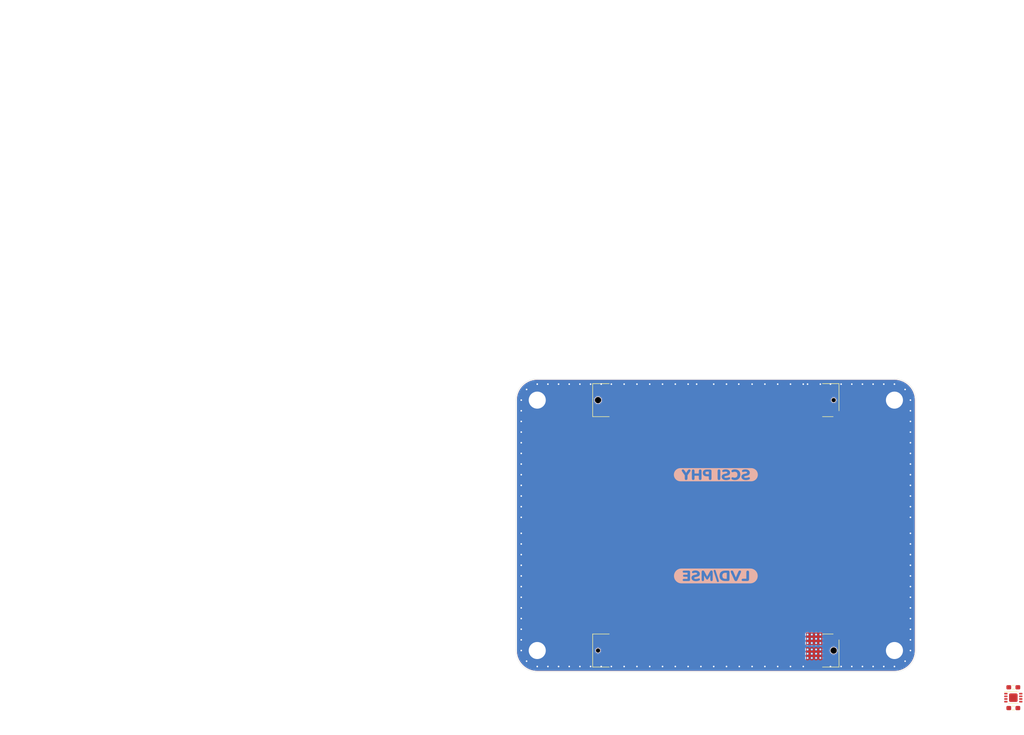
<source format=kicad_pcb>
(kicad_pcb (version 20241229) (generator "pcbnew") (generator_version "9.0")
  (title_block (title "Squishy - LVD/MSE PHY ") (date "2024-06-14") (rev "1") (company "Shrine Maiden Heavy Industries") (comment 1 "License: CERN-OHL-S") (comment 2 "© 2024 Aki 'lethalbit' Van Ness, et. al.") (comment 3 "No warranty expressed or implied") (comment 4 "Squishy - SCSI Multitool"))
  (layers (0 "F.Cu" signal) (4 "In1.Cu" signal) (6 "In2.Cu" signal) (8 "In3.Cu" signal) (10 "In4.Cu" signal) (2 "B.Cu" signal) (13 "F.Paste" user) (15 "B.Paste" user) (5 "F.SilkS" user "F.Silkscreen") (7 "B.SilkS" user "B.Silkscreen") (1 "F.Mask" user) (3 "B.Mask" user) (25 "Edge.Cuts" user))
  (net 0 "")
  (net 1 "GND")
  (net 4 "/PHY.RST_DIR")
  (net 5 "/PHY.DB13")
  (net 6 "/PHY.ID_SCL")
  (net 7 "/PHY.DB9")
  (net 8 "/PHY.LS_CTRL4")
  (net 10 "+3V3")
  (net 11 "+5V")
  (net 12 "/PHY.DB14")
  (net 13 "/PHY.DB5")
  (net 14 "/PHY.LS_CTRL2")
  (net 15 "/PHY.DB8")
  (net 19 "/PHY.DB3")
  (net 20 "/PHY.DB2")
  (net 21 "/PHY.LS_CTRL5")
  (net 22 "/PHY.BSY")
  (net 23 "/PHY.DBH_DIR")
  (net 25 "/PHY.ATN")
  (net 26 "/PHY.DBL_DIR")
  (net 27 "/PHY.TERMPW_EN")
  (net 28 "/PHY.ACK")
  (net 29 "/PHY.DB15")
  (net 30 "/PHY.DB1")
  (net 31 "/PHY.MSG")
  (net 32 "/PHY.ID_SDA")
  (net 33 "/PHY.LS_CTRL0")
  (net 36 "/PHY.LS_CTRL3")
  (net 37 "/PHY.I{slash}O")
  (net 38 "/PHY.DB11")
  (net 39 "/PHY.BSY_DIR")
  (net 40 "/PHY.~{PHY_PRSNT}")
  (net 41 "/PHY.RST")
  (net 42 "/PHY.DB0")
  (net 43 "/PHY.DB7")
  (net 45 "/PHY.REQ")
  (net 46 "/PHY.SEL_DIR")
  (net 47 "/PHY.INIT_DIR")
  (net 48 "/PHY.DB12")
  (net 49 "/PHY.DB10")
  (net 50 "/PHY.DB6")
  (net 51 "/PHY.SEL")
  (net 53 "/PHY.DP0")
  (net 54 "/PHY.DP1")
  (net 55 "/PHY.DB4")
  (net 57 "/PHY.C{slash}D")
  (net 58 "/PHY.TRGT_DIR")
  (net 59 "/CON.DP14+")
  (net 60 "/CON.C{slash}D+")
  (net 61 "/CON.DB10-")
  (net 62 "/CON.DB4-")
  (net 63 "/CON.ACK+")
  (net 64 "/CON.TERMPWR")
  (net 65 "/CON.DP1+")
  (net 66 "/CON.BSY-")
  (net 67 "/CON.RST-")
  (net 68 "/CON.DB2-")
  (net 69 "/CON.BSY+")
  (net 70 "/CON.DB5+")
  (net 71 "/CON.ATN-")
  (net 72 "/CON.DP0+")
  (net 73 "/CON.SEL+")
  (net 74 "/CON.ATN+")
  (net 75 "/CON.DB9-")
  (net 76 "/CON.SEL-")
  (net 77 "/CON.DB9+")
  (net 78 "/CON.DB0-")
  (net 79 "/CON.DB11+")
  (net 80 "/CON.DB7+")
  (net 81 "/CON.DP1-")
  (net 82 "/CON.DB5-")
  (net 83 "/CON.REQ-")
  (net 84 "/CON.DB1-")
  (net 85 "/CON.DB13+")
  (net 86 "/CON.REQ+")
  (net 87 "/CON.DB3-")
  (net 88 "/CON.DB8+")
  (net 89 "/CON.DB13-")
  (net 90 "/CON.DB15-")
  (net 91 "/CON.MSG+")
  (net 92 "/CON.DB11-")
  (net 93 "/CON.DP12+")
  (net 94 "/CON.DB3+")
  (net 95 "/CON.ACK-")
  (net 96 "/CON.DIFFSENSE")
  (net 97 "/CON.I{slash}O+")
  (net 98 "/CON.I{slash}O-")
  (net 99 "/CON.DB4+")
  (net 100 "/CON.DB15+")
  (net 101 "/CON.DB6-")
  (net 102 "/CON.DP14-")
  (net 103 "/CON.RST+")
  (net 104 "/CON.DB8-")
  (net 105 "/CON.DB10+")
  (net 106 "/CON.MSG-")
  (net 107 "/CON.DB6+")
  (net 109 "/CON.C{slash}D-")
  (net 110 "/CON.DB7-")
  (net 111 "/CON.DP12-")
  (net 112 "/CON.DB1+")
  (net 113 "/CON.DP0-")
  (net 114 "/CON.DB2+")
  (net 115 "/CON.DB0+")
  (net 118 "/PHY.LS_CTRL1")
  (net 123 "Net-(U1-E0)")
  (footprint "lethalbit-connectors:1014457-10x80xLF" (layer "F.Cu") (at 147.5 136)
    (property "Reference" "J1" (hide yes))
    (property "Value" "SCSI PHY Mezz")
    (pad "" np_thru_hole circle (at -22.1 0) (size 0.8 0.8) (drill 0.8) (layers "*.Mask"))
    (pad "" np_thru_hole circle (at 22.1 0) (size 1.2 1.2) (drill 1.2) (layers "*.Mask"))
    (pad "1" smd roundrect (at 19.6 -2.2) (size 0.4 2) (layers "F.Cu" "F.Mask" "F.Paste") (net 11 "+5V"))
    (pad "2" smd roundrect (at 19.6 2.2) (size 0.4 2) (layers "F.Cu" "F.Mask" "F.Paste") (net 10 "+3V3"))
    (pad "3" smd roundrect (at 18.8 -2.2) (size 0.4 2) (layers "F.Cu" "F.Mask" "F.Paste") (net 11 "+5V"))
    (pad "4" smd roundrect (at 18.8 2.2) (size 0.4 2) (layers "F.Cu" "F.Mask" "F.Paste") (net 10 "+3V3"))
    (pad "5" smd roundrect (at 18 -2.2) (size 0.4 2) (layers "F.Cu" "F.Mask" "F.Paste") (net 11 "+5V"))
    (pad "6" smd roundrect (at 18 2.2) (size 0.4 2) (layers "F.Cu" "F.Mask" "F.Paste") (net 10 "+3V3"))
    (pad "7" smd roundrect (at 17.2 -2.2) (size 0.4 2) (layers "F.Cu" "F.Mask" "F.Paste") (net 11 "+5V"))
    (pad "8" smd roundrect (at 17.2 2.2) (size 0.4 2) (layers "F.Cu" "F.Mask" "F.Paste") (net 10 "+3V3"))
    (pad "9" smd roundrect (at 16.4 -2.2) (size 0.4 2) (layers "F.Cu" "F.Mask" "F.Paste") (net 1 "GND"))
    (pad "10" smd roundrect (at 16.4 2.2) (size 0.4 2) (layers "F.Cu" "F.Mask" "F.Paste") (net 1 "GND"))
    (pad "11" smd roundrect (at 15.6 -2.2) (size 0.4 2) (layers "F.Cu" "F.Mask" "F.Paste") (net 6 "/PHY.ID_SCL"))
    (pad "12" smd roundrect (at 15.6 2.2) (size 0.4 2) (layers "F.Cu" "F.Mask" "F.Paste"))
    (pad "13" smd roundrect (at 14.8 -2.2) (size 0.4 2) (layers "F.Cu" "F.Mask" "F.Paste") (net 32 "/PHY.ID_SDA"))
    (pad "14" smd roundrect (at 14.8 2.2) (size 0.4 2) (layers "F.Cu" "F.Mask" "F.Paste"))
    (pad "15" smd roundrect (at 14 -2.2) (size 0.4 2) (layers "F.Cu" "F.Mask" "F.Paste") (net 1 "GND"))
    (pad "16" smd roundrect (at 14 2.2) (size 0.4 2) (layers "F.Cu" "F.Mask" "F.Paste") (net 1 "GND"))
    (pad "17" smd roundrect (at 13.2 -2.2) (size 0.4 2) (layers "F.Cu" "F.Mask" "F.Paste") (net 40 "/PHY.~{PHY_PRSNT}"))
    (pad "18" smd roundrect (at 13.2 2.2) (size 0.4 2) (layers "F.Cu" "F.Mask" "F.Paste"))
    (pad "19" smd roundrect (at 12.4 -2.2) (size 0.4 2) (layers "F.Cu" "F.Mask" "F.Paste") (net 27 "/PHY.TERMPW_EN"))
    (pad "20" smd roundrect (at 12.4 2.2) (size 0.4 2) (layers "F.Cu" "F.Mask" "F.Paste"))
    (pad "21" smd roundrect (at 11.6 -2.2) (size 0.4 2) (layers "F.Cu" "F.Mask" "F.Paste") (net 1 "GND"))
    (pad "22" smd roundrect (at 11.6 2.2) (size 0.4 2) (layers "F.Cu" "F.Mask" "F.Paste") (net 1 "GND"))
    (pad "23" smd roundrect (at 10.8 -2.2) (size 0.4 2) (layers "F.Cu" "F.Mask" "F.Paste") (net 33 "/PHY.LS_CTRL0"))
    (pad "24" smd roundrect (at 10.8 2.2) (size 0.4 2) (layers "F.Cu" "F.Mask" "F.Paste") (net 23 "/PHY.DBH_DIR"))
    (pad "25" smd roundrect (at 10 -2.2) (size 0.4 2) (layers "F.Cu" "F.Mask" "F.Paste") (net 118 "/PHY.LS_CTRL1"))
    (pad "26" smd roundrect (at 10 2.2) (size 0.4 2) (layers "F.Cu" "F.Mask" "F.Paste") (net 5 "/PHY.DB13"))
    (pad "27" smd roundrect (at 9.2 -2.2) (size 0.4 2) (layers "F.Cu" "F.Mask" "F.Paste") (net 1 "GND"))
    (pad "28" smd roundrect (at 9.2 2.2) (size 0.4 2) (layers "F.Cu" "F.Mask" "F.Paste") (net 1 "GND"))
    (pad "29" smd roundrect (at 8.4 -2.2) (size 0.4 2) (layers "F.Cu" "F.Mask" "F.Paste") (net 48 "/PHY.DB12"))
    (pad "30" smd roundrect (at 8.4 2.2) (size 0.4 2) (layers "F.Cu" "F.Mask" "F.Paste") (net 29 "/PHY.DB15"))
    (pad "31" smd roundrect (at 7.6 -2.2) (size 0.4 2) (layers "F.Cu" "F.Mask" "F.Paste") (net 12 "/PHY.DB14"))
    (pad "32" smd roundrect (at 7.6 2.2) (size 0.4 2) (layers "F.Cu" "F.Mask" "F.Paste") (net 26 "/PHY.DBL_DIR"))
    (pad "33" smd roundrect (at 6.8 -2.2) (size 0.4 2) (layers "F.Cu" "F.Mask" "F.Paste") (net 1 "GND"))
    (pad "34" smd roundrect (at 6.8 2.2) (size 0.4 2) (layers "F.Cu" "F.Mask" "F.Paste") (net 1 "GND"))
    (pad "35" smd roundrect (at 6 -2.2) (size 0.4 2) (layers "F.Cu" "F.Mask" "F.Paste") (net 54 "/PHY.DP1"))
    (pad "36" smd roundrect (at 6 2.2) (size 0.4 2) (layers "F.Cu" "F.Mask" "F.Paste") (net 42 "/PHY.DB0"))
    (pad "37" smd roundrect (at 5.2 -2.2) (size 0.4 2) (layers "F.Cu" "F.Mask" "F.Paste") (net 30 "/PHY.DB1"))
    (pad "38" smd roundrect (at 5.2 2.2) (size 0.4 2) (layers "F.Cu" "F.Mask" "F.Paste") (net 20 "/PHY.DB2"))
    (pad "39" smd roundrect (at 4.4 -2.2) (size 0.4 2) (layers "F.Cu" "F.Mask" "F.Paste") (net 1 "GND"))
    (pad "40" smd roundrect (at 4.4 2.2) (size 0.4 2) (layers "F.Cu" "F.Mask" "F.Paste") (net 1 "GND"))
    (pad "41" smd roundrect (at 3.6 -2.2) (size 0.4 2) (layers "F.Cu" "F.Mask" "F.Paste") (net 19 "/PHY.DB3"))
    (pad "42" smd roundrect (at 3.6 2.2) (size 0.4 2) (layers "F.Cu" "F.Mask" "F.Paste") (net 55 "/PHY.DB4"))
    (pad "43" smd roundrect (at 2.8 -2.2) (size 0.4 2) (layers "F.Cu" "F.Mask" "F.Paste") (net 13 "/PHY.DB5"))
    (pad "44" smd roundrect (at 2.8 2.2) (size 0.4 2) (layers "F.Cu" "F.Mask" "F.Paste") (net 50 "/PHY.DB6"))
    (pad "45" smd roundrect (at 2 -2.2) (size 0.4 2) (layers "F.Cu" "F.Mask" "F.Paste") (net 1 "GND"))
    (pad "46" smd roundrect (at 2 2.2) (size 0.4 2) (layers "F.Cu" "F.Mask" "F.Paste") (net 1 "GND"))
    (pad "47" smd roundrect (at 1.2 -2.2) (size 0.4 2) (layers "F.Cu" "F.Mask" "F.Paste") (net 43 "/PHY.DB7"))
    (pad "48" smd roundrect (at 1.2 2.2) (size 0.4 2) (layers "F.Cu" "F.Mask" "F.Paste") (net 53 "/PHY.DP0"))
    (pad "49" smd roundrect (at 0.4 -2.2) (size 0.4 2) (layers "F.Cu" "F.Mask" "F.Paste") (net 22 "/PHY.BSY"))
    (pad "50" smd roundrect (at 0.4 2.2) (size 0.4 2) (layers "F.Cu" "F.Mask" "F.Paste") (net 25 "/PHY.ATN"))
    (pad "51" smd roundrect (at -0.4 -2.2) (size 0.4 2) (layers "F.Cu" "F.Mask" "F.Paste") (net 1 "GND"))
    (pad "52" smd roundrect (at -0.4 2.2) (size 0.4 2) (layers "F.Cu" "F.Mask" "F.Paste") (net 1 "GND"))
    (pad "53" smd roundrect (at -1.2 -2.2) (size 0.4 2) (layers "F.Cu" "F.Mask" "F.Paste") (net 39 "/PHY.BSY_DIR"))
    (pad "54" smd roundrect (at -1.2 2.2) (size 0.4 2) (layers "F.Cu" "F.Mask" "F.Paste") (net 28 "/PHY.ACK"))
    (pad "55" smd roundrect (at -2 -2.2) (size 0.4 2) (layers "F.Cu" "F.Mask" "F.Paste") (net 41 "/PHY.RST"))
    (pad "56" smd roundrect (at -2 2.2) (size 0.4 2) (layers "F.Cu" "F.Mask" "F.Paste") (net 47 "/PHY.INIT_DIR"))
    (pad "57" smd roundrect (at -2.8 -2.2) (size 0.4 2) (layers "F.Cu" "F.Mask" "F.Paste") (net 1 "GND"))
    (pad "58" smd roundrect (at -2.8 2.2) (size 0.4 2) (layers "F.Cu" "F.Mask" "F.Paste") (net 1 "GND"))
    (pad "59" smd roundrect (at -3.6 -2.2) (size 0.4 2) (layers "F.Cu" "F.Mask" "F.Paste") (net 4 "/PHY.RST_DIR"))
    (pad "60" smd roundrect (at -3.6 2.2) (size 0.4 2) (layers "F.Cu" "F.Mask" "F.Paste") (net 31 "/PHY.MSG"))
    (pad "61" smd roundrect (at -4.4 -2.2) (size 0.4 2) (layers "F.Cu" "F.Mask" "F.Paste") (net 51 "/PHY.SEL"))
    (pad "62" smd roundrect (at -4.4 2.2) (size 0.4 2) (layers "F.Cu" "F.Mask" "F.Paste") (net 57 "/PHY.C{slash}D"))
    (pad "63" smd roundrect (at -5.2 -2.2) (size 0.4 2) (layers "F.Cu" "F.Mask" "F.Paste") (net 1 "GND"))
    (pad "64" smd roundrect (at -5.2 2.2) (size 0.4 2) (layers "F.Cu" "F.Mask" "F.Paste") (net 1 "GND"))
    (pad "65" smd roundrect (at -6 -2.2) (size 0.4 2) (layers "F.Cu" "F.Mask" "F.Paste") (net 46 "/PHY.SEL_DIR"))
    (pad "66" smd roundrect (at -6 2.2) (size 0.4 2) (layers "F.Cu" "F.Mask" "F.Paste") (net 37 "/PHY.I{slash}O"))
    (pad "67" smd roundrect (at -6.8 -2.2) (size 0.4 2) (layers "F.Cu" "F.Mask" "F.Paste") (net 45 "/PHY.REQ"))
    (pad "68" smd roundrect (at -6.8 2.2) (size 0.4 2) (layers "F.Cu" "F.Mask" "F.Paste") (net 58 "/PHY.TRGT_DIR"))
    (pad "69" smd roundrect (at -7.6 -2.2) (size 0.4 2) (layers "F.Cu" "F.Mask" "F.Paste") (net 1 "GND"))
    (pad "70" smd roundrect (at -7.6 2.2) (size 0.4 2) (layers "F.Cu" "F.Mask" "F.Paste") (net 1 "GND"))
    (pad "71" smd roundrect (at -8.4 -2.2) (size 0.4 2) (layers "F.Cu" "F.Mask" "F.Paste") (net 15 "/PHY.DB8"))
    (pad "72" smd roundrect (at -8.4 2.2) (size 0.4 2) (layers "F.Cu" "F.Mask" "F.Paste") (net 7 "/PHY.DB9"))
    (pad "73" smd roundrect (at -9.2 -2.2) (size 0.4 2) (layers "F.Cu" "F.Mask" "F.Paste") (net 49 "/PHY.DB10"))
    (pad "74" smd roundrect (at -9.2 2.2) (size 0.4 2) (layers "F.Cu" "F.Mask" "F.Paste") (net 38 "/PHY.DB11"))
    (pad "75" smd roundrect (at -10 -2.2) (size 0.4 2) (layers "F.Cu" "F.Mask" "F.Paste") (net 1 "GND"))
    (pad "76" smd roundrect (at -10 2.2) (size 0.4 2) (layers "F.Cu" "F.Mask" "F.Paste") (net 1 "GND"))
    (pad "77" smd roundrect (at -10.8 -2.2) (size 0.4 2) (layers "F.Cu" "F.Mask" "F.Paste") (net 8 "/PHY.LS_CTRL4"))
    (pad "78" smd roundrect (at -10.8 2.2) (size 0.4 2) (layers "F.Cu" "F.Mask" "F.Paste") (net 14 "/PHY.LS_CTRL2"))
    (pad "79" smd roundrect (at -11.6 -2.2) (size 0.4 2) (layers "F.Cu" "F.Mask" "F.Paste") (net 21 "/PHY.LS_CTRL5"))
    (pad "80" smd roundrect (at -11.6 2.2) (size 0.4 2) (layers "F.Cu" "F.Mask" "F.Paste") (net 36 "/PHY.LS_CTRL3"))
    (pad "81" smd roundrect (at -12.4 -2.2) (size 0.4 2) (layers "F.Cu" "F.Mask" "F.Paste") (net 1 "GND"))
    (pad "82" smd roundrect (at -12.4 2.2) (size 0.4 2) (layers "F.Cu" "F.Mask" "F.Paste") (net 1 "GND"))
    (pad "83" smd roundrect (at -13.2 -2.2) (size 0.4 2) (layers "F.Cu" "F.Mask" "F.Paste"))
    (pad "84" smd roundrect (at -13.2 2.2) (size 0.4 2) (layers "F.Cu" "F.Mask" "F.Paste"))
    (pad "85" smd roundrect (at -14 -2.2) (size 0.4 2) (layers "F.Cu" "F.Mask" "F.Paste"))
    (pad "86" smd roundrect (at -14 2.2) (size 0.4 2) (layers "F.Cu" "F.Mask" "F.Paste"))
    (pad "87" smd roundrect (at -14.8 -2.2) (size 0.4 2) (layers "F.Cu" "F.Mask" "F.Paste") (net 1 "GND"))
    (pad "88" smd roundrect (at -14.8 2.2) (size 0.4 2) (layers "F.Cu" "F.Mask" "F.Paste") (net 1 "GND"))
    (pad "89" smd roundrect (at -15.6 -2.2) (size 0.4 2) (layers "F.Cu" "F.Mask" "F.Paste"))
    (pad "90" smd roundrect (at -15.6 2.2) (size 0.4 2) (layers "F.Cu" "F.Mask" "F.Paste"))
    (pad "91" smd roundrect (at -16.4 -2.2) (size 0.4 2) (layers "F.Cu" "F.Mask" "F.Paste"))
    (pad "92" smd roundrect (at -16.4 2.2) (size 0.4 2) (layers "F.Cu" "F.Mask" "F.Paste"))
    (pad "93" smd roundrect (at -17.2 -2.2) (size 0.4 2) (layers "F.Cu" "F.Mask" "F.Paste") (net 1 "GND"))
    (pad "94" smd roundrect (at -17.2 2.2) (size 0.4 2) (layers "F.Cu" "F.Mask" "F.Paste") (net 1 "GND"))
    (pad "95" smd roundrect (at -18 -2.2) (size 0.4 2) (layers "F.Cu" "F.Mask" "F.Paste"))
    (pad "96" smd roundrect (at -18 2.2) (size 0.4 2) (layers "F.Cu" "F.Mask" "F.Paste"))
    (pad "97" smd roundrect (at -18.8 -2.2) (size 0.4 2) (layers "F.Cu" "F.Mask" "F.Paste"))
    (pad "98" smd roundrect (at -18.8 2.2) (size 0.4 2) (layers "F.Cu" "F.Mask" "F.Paste"))
    (pad "99" smd roundrect (at -19.6 -2.2) (size 0.4 2) (layers "F.Cu" "F.Mask" "F.Paste") (net 1 "GND"))
    (pad "100" smd roundrect (at -19.6 2.2) (size 0.4 2) (layers "F.Cu" "F.Mask" "F.Paste") (net 1 "GND"))
  )
  (footprint "MountingHole:MountingHole_3.2mm_M3_Pad" (layer "F.Cu") (at 114 89)
    (property "Reference" "H1" (hide yes))
    (property "Value" "MountingHole" (hide yes))
    (pad "1" thru_hole circle (at 0 0) (size 6.4 6.4) (drill 3.2) (layers "*.Cu" "*.Mask") (net 1 "GND"))
  )
  (footprint "MountingHole:MountingHole_3.2mm_M3_Pad" (layer "F.Cu") (at 181 89)
    (property "Reference" "H2" (hide yes))
    (property "Value" "MountingHole" (hide yes))
    (pad "1" thru_hole circle (at 0 0) (size 6.4 6.4) (drill 3.2) (layers "*.Cu" "*.Mask") (net 1 "GND"))
  )
  (footprint "PCM_kikit:Tab" (layer "F.Cu") (at 185.25 126.25 180)
    (property "Reference" "REF**" (hide yes))
    (property "Value" "Tab")
  )
  (footprint "PCM_kikit:Tab" (layer "F.Cu") (at 174 140.25 90)
    (property "Reference" "REF**" (hide yes))
    (property "Value" "Tab")
  )
  (footprint "rhais_rcl:C0603" (layer "F.Cu") (at 203.3 146.8)
    (property "Reference" "C1")
    (property "Value" "100n" (hide yes))
    (pad "1" smd roundrect (at -0.85 0) (size 0.9 0.8) (layers "F.Cu" "F.Mask" "F.Paste") (net 1 "GND"))
    (pad "2" smd roundrect (at 0.85 0) (size 0.9 0.8) (layers "F.Cu" "F.Mask" "F.Paste") (net 10 "+3V3"))
  )
  (footprint "PCM_kikit:Tab" (layer "F.Cu") (at 121.000001 84.75 -90)
    (property "Reference" "REF**" (hide yes))
    (property "Value" "Tab")
  )
  (footprint "MountingHole:MountingHole_3.2mm_M3_Pad" (layer "F.Cu") (at 181 136)
    (property "Reference" "H4" (hide yes))
    (property "Value" "MountingHole" (hide yes))
    (pad "1" thru_hole circle (at 0 0) (size 6.4 6.4) (drill 3.2) (layers "*.Cu" "*.Mask") (net 1 "GND"))
  )
  (footprint "PCM_kikit:Tab" (layer "F.Cu") (at 109.7 126.25)
    (property "Reference" "REF**" (hide yes))
    (property "Value" "Tab")
  )
  (footprint "Fiducial:Fiducial_0.75mm_Mask1.5mm" (layer "F.Cu") (at 183.5 112.5)
    (property "Reference" "FID5" (hide yes))
    (property "Value" "Fiducial" (hide yes))
    (pad "" smd circle (at 0 0) (size 0.75 0.75) (layers "F.Cu" "F.Mask") (clearance 0.375))
  )
  (footprint "PCM_kikit:Tab" (layer "F.Cu") (at 174 84.75 -90)
    (property "Reference" "REF**" (hide yes))
    (property "Value" "Tab")
  )
  (footprint "PCM_kikit:Tab" (layer "F.Cu") (at 109.7 98.75)
    (property "Reference" "REF**" (hide yes))
    (property "Value" "Tab")
  )
  (footprint "PCM_kikit:Tab" (layer "F.Cu") (at 185.25 98.75 180)
    (property "Reference" "REF**" (hide yes))
    (property "Value" "Tab")
  )
  (footprint "lethalbit-connectors:101445x-10x80xLF" (layer "F.Cu") (at 147.5 89 180)
    (property "Reference" "J2" (hide yes))
    (property "Value" "SCSI Connector")
    (pad "" np_thru_hole circle (at -22.1 0 180) (size 0.8 0.8) (drill 0.8) (layers "*.Mask"))
    (pad "" np_thru_hole circle (at 22.1 0 180) (size 1.2 1.2) (drill 1.2) (layers "*.Mask"))
    (pad "1" smd roundrect (at -19.6 -2.2 180) (size 0.4 2) (layers "F.Cu" "F.Mask" "F.Paste") (net 1 "GND"))
    (pad "2" smd roundrect (at -19.6 2.2 180) (size 0.4 2) (layers "F.Cu" "F.Mask" "F.Paste") (net 1 "GND"))
    (pad "3" smd roundrect (at -18.8 -2.199999 180) (size 0.4 2) (layers "F.Cu" "F.Mask" "F.Paste"))
    (pad "4" smd roundrect (at -18.8 2.199999 180) (size 0.4 2) (layers "F.Cu" "F.Mask" "F.Paste") (net 32 "/PHY.ID_SDA"))
    (pad "5" smd roundrect (at -18 -2.2 180) (size 0.4 2) (layers "F.Cu" "F.Mask" "F.Paste"))
    (pad "6" smd roundrect (at -18 2.2 180) (size 0.4 2) (layers "F.Cu" "F.Mask" "F.Paste") (net 6 "/PHY.ID_SCL"))
    (pad "7" smd roundrect (at -17.200001 -2.2 180) (size 0.4 2) (layers "F.Cu" "F.Mask" "F.Paste") (net 1 "GND"))
    (pad "8" smd roundrect (at -17.200001 2.2 180) (size 0.4 2) (layers "F.Cu" "F.Mask" "F.Paste") (net 1 "GND"))
    (pad "9" smd roundrect (at -16.4 -2.2 180) (size 0.4 2) (layers "F.Cu" "F.Mask" "F.Paste") (net 1 "GND"))
    (pad "10" smd roundrect (at -16.4 2.2 180) (size 0.4 2) (layers "F.Cu" "F.Mask" "F.Paste") (net 1 "GND"))
    (pad "11" smd roundrect (at -15.6 -2.2 180) (size 0.4 2) (layers "F.Cu" "F.Mask" "F.Paste") (net 93 "/CON.DP12+"))
    (pad "12" smd roundrect (at -15.6 2.2 180) (size 0.4 2) (layers "F.Cu" "F.Mask" "F.Paste") (net 111 "/CON.DP12-"))
    (pad "13" smd roundrect (at -14.799999 -2.2 180) (size 0.4 2) (layers "F.Cu" "F.Mask" "F.Paste") (net 85 "/CON.DB13+"))
    (pad "14" smd roundrect (at -14.799999 2.2 180) (size 0.4 2) (layers "F.Cu" "F.Mask" "F.Paste") (net 89 "/CON.DB13-"))
    (pad "15" smd roundrect (at -14 -2.2 180) (size 0.4 2) (layers "F.Cu" "F.Mask" "F.Paste") (net 1 "GND"))
    (pad "16" smd roundrect (at -14 2.2 180) (size 0.4 2) (layers "F.Cu" "F.Mask" "F.Paste") (net 1 "GND"))
    (pad "17" smd roundrect (at -13.2 -2.199999 180) (size 0.4 2) (layers "F.Cu" "F.Mask" "F.Paste") (net 59 "/CON.DP14+"))
    (pad "18" smd roundrect (at -13.2 2.199999 180) (size 0.4 2) (layers "F.Cu" "F.Mask" "F.Paste") (net 102 "/CON.DP14-"))
    (pad "19" smd roundrect (at -12.4 -2.2 180) (size 0.4 2) (layers "F.Cu" "F.Mask" "F.Paste") (net 100 "/CON.DB15+"))
    (pad "20" smd roundrect (at -12.4 2.2 180) (size 0.4 2) (layers "F.Cu" "F.Mask" "F.Paste") (net 90 "/CON.DB15-"))
    (pad "21" smd roundrect (at -11.6 -2.2 180) (size 0.4 2) (layers "F.Cu" "F.Mask" "F.Paste") (net 1 "GND"))
    (pad "22" smd roundrect (at -11.6 2.2 180) (size 0.4 2) (layers "F.Cu" "F.Mask" "F.Paste") (net 1 "GND"))
    (pad "23" smd roundrect (at -10.8 -2.2 180) (size 0.4 2) (layers "F.Cu" "F.Mask" "F.Paste") (net 65 "/CON.DP1+"))
    (pad "24" smd roundrect (at -10.8 2.2 180) (size 0.4 2) (layers "F.Cu" "F.Mask" "F.Paste") (net 81 "/CON.DP1-"))
    (pad "25" smd roundrect (at -10 -2.2 180) (size 0.4 2) (layers "F.Cu" "F.Mask" "F.Paste") (net 115 "/CON.DB0+"))
    (pad "26" smd roundrect (at -10 2.2 180) (size 0.4 2) (layers "F.Cu" "F.Mask" "F.Paste") (net 78 "/CON.DB0-"))
    (pad "27" smd roundrect (at -9.199999 -2.2 180) (size 0.4 2) (layers "F.Cu" "F.Mask" "F.Paste") (net 1 "GND"))
    (pad "28" smd roundrect (at -9.199999 2.2 180) (size 0.4 2) (layers "F.Cu" "F.Mask" "F.Paste") (net 1 "GND"))
    (pad "29" smd roundrect (at -8.4 -2.2 180) (size 0.4 2) (layers "F.Cu" "F.Mask" "F.Paste") (net 112 "/CON.DB1+"))
    (pad "30" smd roundrect (at -8.4 2.2 180) (size 0.4 2) (layers "F.Cu" "F.Mask" "F.Paste") (net 84 "/CON.DB1-"))
    (pad "31" smd roundrect (at -7.6 -2.199999 180) (size 0.4 2) (layers "F.Cu" "F.Mask" "F.Paste") (net 114 "/CON.DB2+"))
    (pad "32" smd roundrect (at -7.6 2.199999 180) (size 0.4 2) (layers "F.Cu" "F.Mask" "F.Paste") (net 68 "/CON.DB2-"))
    (pad "33" smd roundrect (at -6.8 -2.2 180) (size 0.4 2) (layers "F.Cu" "F.Mask" "F.Paste") (net 1 "GND"))
    (pad "34" smd roundrect (at -6.8 2.2 180) (size 0.4 2) (layers "F.Cu" "F.Mask" "F.Paste") (net 1 "GND"))
    (pad "35" smd roundrect (at -6 -2.2 180) (size 0.4 2) (layers "F.Cu" "F.Mask" "F.Paste") (net 94 "/CON.DB3+"))
    (pad "36" smd roundrect (at -6 2.2 180) (size 0.4 2) (layers "F.Cu" "F.Mask" "F.Paste") (net 87 "/CON.DB3-"))
    (pad "37" smd roundrect (at -5.2 -2.2 180) (size 0.4 2) (layers "F.Cu" "F.Mask" "F.Paste") (net 99 "/CON.DB4+"))
    (pad "38" smd roundrect (at -5.2 2.2 180) (size 0.4 2) (layers "F.Cu" "F.Mask" "F.Paste") (net 62 "/CON.DB4-"))
    (pad "39" smd roundrect (at -4.4 -2.2 180) (size 0.4 2) (layers "F.Cu" "F.Mask" "F.Paste") (net 1 "GND"))
    (pad "40" smd roundrect (at -4.4 2.2 180) (size 0.4 2) (layers "F.Cu" "F.Mask" "F.Paste") (net 1 "GND"))
    (pad "41" smd roundrect (at -3.599999 -2.2 180) (size 0.4 2) (layers "F.Cu" "F.Mask" "F.Paste") (net 70 "/CON.DB5+"))
    (pad "42" smd roundrect (at -3.599999 2.2 180) (size 0.4 2) (layers "F.Cu" "F.Mask" "F.Paste") (net 82 "/CON.DB5-"))
    (pad "43" smd roundrect (at -2.8 -2.2 180) (size 0.4 2) (layers "F.Cu" "F.Mask" "F.Paste") (net 107 "/CON.DB6+"))
    (pad "44" smd roundrect (at -2.8 2.2 180) (size 0.4 2) (layers "F.Cu" "F.Mask" "F.Paste") (net 101 "/CON.DB6-"))
    (pad "45" smd roundrect (at -2 -2.199999 180) (size 0.4 2) (layers "F.Cu" "F.Mask" "F.Paste") (net 1 "GND"))
    (pad "46" smd roundrect (at -2 2.199999 180) (size 0.4 2) (layers "F.Cu" "F.Mask" "F.Paste") (net 1 "GND"))
    (pad "47" smd roundrect (at -1.2 -2.2 180) (size 0.4 2) (layers "F.Cu" "F.Mask" "F.Paste") (net 80 "/CON.DB7+"))
    (pad "48" smd roundrect (at -1.2 2.2 180) (size 0.4 2) (layers "F.Cu" "F.Mask" "F.Paste") (net 110 "/CON.DB7-"))
    (pad "49" smd roundrect (at -0.4 -2.2 180) (size 0.4 2) (layers "F.Cu" "F.Mask" "F.Paste") (net 72 "/CON.DP0+"))
    (pad "50" smd roundrect (at -0.4 2.2 180) (size 0.4 2) (layers "F.Cu" "F.Mask" "F.Paste") (net 113 "/CON.DP0-"))
    (pad "51" smd roundrect (at 0.4 -2.2 180) (size 0.4 2) (layers "F.Cu" "F.Mask" "F.Paste") (net 1 "GND"))
    (pad "52" smd roundrect (at 0.4 2.2 180) (size 0.4 2) (layers "F.Cu" "F.Mask" "F.Paste") (net 1 "GND"))
    (pad "53" smd roundrect (at 1.2 -2.2 180) (size 0.4 2) (layers "F.Cu" "F.Mask" "F.Paste") (net 96 "/CON.DIFFSENSE"))
    (pad "54" smd roundrect (at 1.2 2.2 180) (size 0.4 2) (layers "F.Cu" "F.Mask" "F.Paste"))
    (pad "55" smd roundrect (at 2 -2.199999 180) (size 0.4 2) (layers "F.Cu" "F.Mask" "F.Paste") (net 64 "/CON.TERMPWR"))
    (pad "56" smd roundrect (at 2 2.199999 180) (size 0.4 2) (layers "F.Cu" "F.Mask" "F.Paste") (net 64 "/CON.TERMPWR"))
    (pad "57" smd roundrect (at 2.8 -2.2 180) (size 0.4 2) (layers "F.Cu" "F.Mask" "F.Paste") (net 64 "/CON.TERMPWR"))
    (pad "58" smd roundrect (at 2.8 2.2 180) (size 0.4 2) (layers "F.Cu" "F.Mask" "F.Paste") (net 64 "/CON.TERMPWR"))
    (pad "59" smd roundrect (at 3.599999 -2.2 180) (size 0.4 2) (layers "F.Cu" "F.Mask" "F.Paste") (net 1 "GND"))
    (pad "60" smd roundrect (at 3.599999 2.2 180) (size 0.4 2) (layers "F.Cu" "F.Mask" "F.Paste") (net 1 "GND"))
    (pad "61" smd roundrect (at 4.4 -2.2 180) (size 0.4 2) (layers "F.Cu" "F.Mask" "F.Paste") (net 74 "/CON.ATN+"))
    (pad "62" smd roundrect (at 4.4 2.2 180) (size 0.4 2) (layers "F.Cu" "F.Mask" "F.Paste") (net 71 "/CON.ATN-"))
    (pad "63" smd roundrect (at 5.2 -2.2 180) (size 0.4 2) (layers "F.Cu" "F.Mask" "F.Paste") (net 1 "GND"))
    (pad "64" smd roundrect (at 5.2 2.2 180) (size 0.4 2) (layers "F.Cu" "F.Mask" "F.Paste") (net 1 "GND"))
    (pad "65" smd roundrect (at 6 -2.2 180) (size 0.4 2) (layers "F.Cu" "F.Mask" "F.Paste") (net 69 "/CON.BSY+"))
    (pad "66" smd roundrect (at 6 2.2 180) (size 0.4 2) (layers "F.Cu" "F.Mask" "F.Paste") (net 66 "/CON.BSY-"))
    (pad "67" smd roundrect (at 6.8 -2.2 180) (size 0.4 2) (layers "F.Cu" "F.Mask" "F.Paste") (net 63 "/CON.ACK+"))
    (pad "68" smd roundrect (at 6.8 2.2 180) (size 0.4 2) (layers "F.Cu" "F.Mask" "F.Paste") (net 95 "/CON.ACK-"))
    (pad "69" smd roundrect (at 7.6 -2.199999 180) (size 0.4 2) (layers "F.Cu" "F.Mask" "F.Paste") (net 1 "GND"))
    (pad "70" smd roundrect (at 7.6 2.199999 180) (size 0.4 2) (layers "F.Cu" "F.Mask" "F.Paste") (net 1 "GND"))
    (pad "71" smd roundrect (at 8.4 -2.2 180) (size 0.4 2) (layers "F.Cu" "F.Mask" "F.Paste") (net 103 "/CON.RST+"))
    (pad "72" smd roundrect (at 8.4 2.2 180) (size 0.4 2) (layers "F.Cu" "F.Mask" "F.Paste") (net 67 "/CON.RST-"))
    (pad "73" smd roundrect (at 9.199999 -2.2 180) (size 0.4 2) (layers "F.Cu" "F.Mask" "F.Paste") (net 91 "/CON.MSG+"))
    (pad "74" smd roundrect (at 9.199999 2.2 180) (size 0.4 2) (layers "F.Cu" "F.Mask" "F.Paste") (net 106 "/CON.MSG-"))
    (pad "75" smd roundrect (at 10 -2.2 180) (size 0.4 2) (layers "F.Cu" "F.Mask" "F.Paste") (net 1 "GND"))
    (pad "76" smd roundrect (at 10 2.2 180) (size 0.4 2) (layers "F.Cu" "F.Mask" "F.Paste") (net 1 "GND"))
    (pad "77" smd roundrect (at 10.8 -2.2 180) (size 0.4 2) (layers "F.Cu" "F.Mask" "F.Paste") (net 73 "/CON.SEL+"))
    (pad "78" smd roundrect (at 10.8 2.2 180) (size 0.4 2) (layers "F.Cu" "F.Mask" "F.Paste") (net 76 "/CON.SEL-"))
    (pad "79" smd roundrect (at 11.6 -2.2 180) (size 0.4 2) (layers "F.Cu" "F.Mask" "F.Paste") (net 60 "/CON.C{slash}D+"))
    (pad "80" smd roundrect (at 11.6 2.2 180) (size 0.4 2) (layers "F.Cu" "F.Mask" "F.Paste") (net 109 "/CON.C{slash}D-"))
    (pad "81" smd roundrect (at 12.4 -2.2 180) (size 0.4 2) (layers "F.Cu" "F.Mask" "F.Paste") (net 1 "GND"))
    (pad "82" smd roundrect (at 12.4 2.2 180) (size 0.4 2) (layers "F.Cu" "F.Mask" "F.Paste") (net 1 "GND"))
    (pad "83" smd roundrect (at 13.2 -2.199999 180) (size 0.4 2) (layers "F.Cu" "F.Mask" "F.Paste") (net 86 "/CON.REQ+"))
    (pad "84" smd roundrect (at 13.2 2.199999 180) (size 0.4 2) (layers "F.Cu" "F.Mask" "F.Paste") (net 83 "/CON.REQ-"))
    (pad "85" smd roundrect (at 14 -2.2 180) (size 0.4 2) (layers "F.Cu" "F.Mask" "F.Paste") (net 97 "/CON.I{slash}O+"))
    (pad "86" smd roundrect (at 14 2.2 180) (size 0.4 2) (layers "F.Cu" "F.Mask" "F.Paste") (net 98 "/CON.I{slash}O-"))
    (pad "87" smd roundrect (at 14.799999 -2.2 180) (size 0.4 2) (layers "F.Cu" "F.Mask" "F.Paste") (net 1 "GND"))
    (pad "88" smd roundrect (at 14.799999 2.2 180) (size 0.4 2) (layers "F.Cu" "F.Mask" "F.Paste") (net 1 "GND"))
    (pad "89" smd roundrect (at 15.6 -2.2 180) (size 0.4 2) (layers "F.Cu" "F.Mask" "F.Paste") (net 88 "/CON.DB8+"))
    (pad "90" smd roundrect (at 15.6 2.2 180) (size 0.4 2) (layers "F.Cu" "F.Mask" "F.Paste") (net 104 "/CON.DB8-"))
    (pad "91" smd roundrect (at 16.4 -2.2 180) (size 0.4 2) (layers "F.Cu" "F.Mask" "F.Paste") (net 77 "/CON.DB9+"))
    (pad "92" smd roundrect (at 16.4 2.2 180) (size 0.4 2) (layers "F.Cu" "F.Mask" "F.Paste") (net 75 "/CON.DB9-"))
    (pad "93" smd roundrect (at 17.200001 -2.2 180) (size 0.4 2) (layers "F.Cu" "F.Mask" "F.Paste") (net 1 "GND"))
    (pad "94" smd roundrect (at 17.200001 2.2 180) (size 0.4 2) (layers "F.Cu" "F.Mask" "F.Paste") (net 1 "GND"))
    (pad "95" smd roundrect (at 18 -2.2 180) (size 0.4 2) (layers "F.Cu" "F.Mask" "F.Paste") (net 105 "/CON.DB10+"))
    (pad "96" smd roundrect (at 18 2.2 180) (size 0.4 2) (layers "F.Cu" "F.Mask" "F.Paste") (net 61 "/CON.DB10-"))
    (pad "97" smd roundrect (at 18.8 -2.199999 180) (size 0.4 2) (layers "F.Cu" "F.Mask" "F.Paste") (net 79 "/CON.DB11+"))
    (pad "98" smd roundrect (at 18.8 2.199999 180) (size 0.4 2) (layers "F.Cu" "F.Mask" "F.Paste") (net 92 "/CON.DB11-"))
    (pad "99" smd roundrect (at 19.6 -2.2 180) (size 0.4 2) (layers "F.Cu" "F.Mask" "F.Paste") (net 1 "GND"))
    (pad "100" smd roundrect (at 19.6 2.2 180) (size 0.4 2) (layers "F.Cu" "F.Mask" "F.Paste") (net 1 "GND"))
  )
  (footprint "Fiducial:Fiducial_0.75mm_Mask1.5mm" (layer "F.Cu") (at 174 89)
    (property "Reference" "FID3" (hide yes))
    (property "Value" "Fiducial" (hide yes))
    (pad "" smd circle (at 0 0) (size 0.75 0.75) (layers "F.Cu" "F.Mask") (clearance 0.375))
  )
  (footprint "Fiducial:Fiducial_0.75mm_Mask1.5mm" (layer "F.Cu") (at 121 136)
    (property "Reference" "FID1" (hide yes))
    (property "Value" "Fiducial" (hide yes))
    (pad "" smd circle (at 0 0) (size 0.75 0.75) (layers "F.Cu" "F.Mask") (clearance 0.375))
  )
  (footprint "rhais_rcl:R0603" (layer "F.Cu") (at 203.3 142.9)
    (property "Reference" "R1")
    (property "Value" "10k" (hide yes))
    (pad "1" smd roundrect (at -0.85 0) (size 0.9 0.8) (layers "F.Cu" "F.Mask" "F.Paste") (net 123 "Net-(U1-E0)"))
    (pad "2" smd roundrect (at 0.85 0) (size 0.9 0.8) (layers "F.Cu" "F.Mask" "F.Paste") (net 10 "+3V3"))
  )
  (footprint "lethalbit-memory:ST_UFDFPN-8-1EP_2x3mm_P0.5mm_EP1.6x1.6mm" (layer "F.Cu") (at 203.3 144.85)
    (property "Reference" "U1")
    (property "Value" "M24C02-RMC" (hide yes))
    (pad "1" smd roundrect (at -1.4 -0.75) (size 0.6 0.3) (layers "F.Cu" "F.Mask" "F.Paste") (roundrect_rratio 0.15625) (net 123 "Net-(U1-E0)"))
    (pad "2" smd roundrect (at -1.4 -0.25) (size 0.6 0.3) (layers "F.Cu" "F.Mask" "F.Paste") (roundrect_rratio 0.15625) (net 1 "GND"))
    (pad "3" smd roundrect (at -1.4 0.25) (size 0.6 0.3) (layers "F.Cu" "F.Mask" "F.Paste") (roundrect_rratio 0.15625) (net 1 "GND"))
    (pad "4" smd roundrect (at -1.4 0.75) (size 0.6 0.3) (layers "F.Cu" "F.Mask" "F.Paste") (roundrect_rratio 0.15625) (net 1 "GND"))
    (pad "5" smd roundrect (at 1.4 0.75) (size 0.6 0.3) (layers "F.Cu" "F.Mask" "F.Paste") (roundrect_rratio 0.15625) (net 32 "/PHY.ID_SDA"))
    (pad "6" smd roundrect (at 1.4 0.25) (size 0.6 0.3) (layers "F.Cu" "F.Mask" "F.Paste") (roundrect_rratio 0.15625) (net 6 "/PHY.ID_SCL"))
    (pad "7" smd roundrect (at 1.4 -0.25) (size 0.6 0.3) (layers "F.Cu" "F.Mask" "F.Paste") (roundrect_rratio 0.15625) (net 1 "GND"))
    (pad "8" smd roundrect (at 1.4 -0.75) (size 0.6 0.3) (layers "F.Cu" "F.Mask" "F.Paste") (roundrect_rratio 0.15625) (net 10 "+3V3"))
    (pad "EP" smd roundrect (at 0 0) (size 1.6 1.6) (layers "F.Cu" "F.Mask") (roundrect_rratio 0.15625) (net 1 "GND"))
  )
  (footprint "MountingHole:MountingHole_3.2mm_M3_Pad" (layer "F.Cu") (at 114 136)
    (property "Reference" "H3" (hide yes))
    (property "Value" "MountingHole" (hide yes))
    (pad "1" thru_hole circle (at 0 0) (size 6.4 6.4) (drill 3.2) (layers "*.Cu" "*.Mask") (net 1 "GND"))
  )
  (footprint "PCM_kikit:Tab" (layer "F.Cu") (at 121 140.25 90)
    (property "Reference" "REF**" (hide yes))
    (property "Value" "Tab")
  )
  (footprint "kibuzzard-66793C11" (layer "B.Cu") (at 147.5 103 180)
    (property "Reference" "kibuzzard-66793C11" (hide yes))
    (property "Value" "G***" (hide yes))
  )
  (footprint "kibuzzard-6685DA91" (layer "B.Cu") (at 147.5 122 180)
    (property "Reference" "kibuzzard-6685DA91" (hide yes))
    (property "Value" "G***" (hide yes))
  )
  (gr_line (start 181 85) (end 114 85) (stroke (width 0.05)) (layer "Edge.Cuts"))
  (gr_line (start 114 140) (end 181 140) (stroke (width 0.05)) (layer "Edge.Cuts"))
  (gr_arc (start 110 89) (mid 111.171573 86.171573) (end 114 85) (stroke (width 0.05)) (layer "Edge.Cuts"))
  (gr_line (start 185 136) (end 185 89) (stroke (width 0.05)) (layer "Edge.Cuts"))
  (gr_arc (start 185 136) (mid 183.828427 138.828427) (end 181 140) (stroke (width 0.05)) (layer "Edge.Cuts"))
  (gr_arc (start 181 85) (mid 183.828427 86.171573) (end 185 89) (stroke (width 0.05)) (layer "Edge.Cuts"))
  (gr_line (start 110 136) (end 110 89) (stroke (width 0.05)) (layer "Edge.Cuts"))
  (gr_arc (start 114 140) (mid 111.171573 138.828427) (end 110 136) (stroke (width 0.05)) (layer "Edge.Cuts"))
  (via (at 122 139) (size 0.5) (drill 0.3) (layers "F.Cu" "B.Cu") (net 1))
  (via (at 184 89) (size 0.5) (drill 0.3) (layers "F.Cu" "B.Cu") (net 1))
  (via (at 161.5 139) (size 0.5) (drill 0.3) (layers "F.Cu" "B.Cu") (net 1))
  (via (at 184 126) (size 0.5) (drill 0.3) (layers "F.Cu" "B.Cu") (net 1))
  (via (at 184 136.000001) (size 0.5) (drill 0.3) (layers "F.Cu" "B.Cu") (net 1))
  (via (at 111 136) (size 0.5) (drill 0.3) (layers "F.Cu" "B.Cu") (net 1))
  (via (at 111 111) (size 0.5) (drill 0.3) (layers "F.Cu" "B.Cu") (net 1))
  (via (at 111 132) (size 0.5) (drill 0.3) (layers "F.Cu" "B.Cu") (net 1))
  (via (at 184 101) (size 0.5) (drill 0.3) (layers "F.Cu" "B.Cu") (net 1))
  (via (at 111 97) (size 0.5) (drill 0.3) (layers "F.Cu" "B.Cu") (net 1))
  (via (at 184 111) (size 0.5) (drill 0.3) (layers "F.Cu" "B.Cu") (net 1))
  (via (at 116 139) (size 0.5) (drill 0.3) (layers "F.Cu" "B.Cu") (net 1))
  (via (at 184 95) (size 0.5) (drill 0.3) (layers "F.Cu" "B.Cu") (net 1))
  (via (at 163.9 86) (size 0.5) (drill 0.3) (layers "F.Cu" "B.Cu") (net 1))
  (via (at 161.5 86) (size 0.5) (drill 0.3) (layers "F.Cu" "B.Cu") (net 1))
  (via (at 120 139) (size 0.5) (drill 0.3) (layers "F.Cu" "B.Cu") (net 1))
  (via (at 184 124) (size 0.5) (drill 0.3) (layers "F.Cu" "B.Cu") (net 1))
  (via (at 184 99) (size 0.5) (drill 0.3) (layers "F.Cu" "B.Cu") (net 1))
  (via (at 132.7 86) (size 0.5) (drill 0.3) (layers "F.Cu" "B.Cu") (net 1))
  (via (at 149.5 139) (size 0.5) (drill 0.3) (layers "F.Cu" "B.Cu") (net 1))
  (via (at 154.3 139) (size 0.5) (drill 0.3) (layers "F.Cu" "B.Cu") (net 1))
  (via (at 111 95) (size 0.5) (drill 0.3) (layers "F.Cu" "B.Cu") (net 1))
  (via (at 111 93) (size 0.5) (drill 0.3) (layers "F.Cu" "B.Cu") (net 1))
  (via (at 177 86) (size 0.5) (drill 0.3) (layers "F.Cu" "B.Cu") (net 1))
  (via (at 167.1 86) (size 0.5) (drill 0.3) (layers "F.Cu" "B.Cu") (net 1))
  (via (at 151.8 86) (size 0.5) (drill 0.3) (layers "F.Cu" "B.Cu") (net 1))
  (via (at 184 134) (size 0.5) (drill 0.3) (layers "F.Cu" "B.Cu") (net 1))
  (via (at 132.7 139) (size 0.5) (drill 0.3) (layers "F.Cu" "B.Cu") (net 1))
  (via (at 126 139) (size 0.5) (drill 0.3) (layers "F.Cu" "B.Cu") (net 1))
  (via (at 126 86) (size 0.5) (drill 0.3) (layers "F.Cu" "B.Cu") (net 1))
  (via (at 151.9 139) (size 0.5) (drill 0.3) (layers "F.Cu" "B.Cu") (net 1))
  (via (at 184 109) (size 0.5) (drill 0.3) (layers "F.Cu" "B.Cu") (net 1))
  (via (at 124 139) (size 0.5) (drill 0.3) (layers "F.Cu" "B.Cu") (net 1))
  (via (at 147.1 86) (size 0.5) (drill 0.3) (layers "F.Cu" "B.Cu") (net 1))
  (via (at 127.9 86) (size 0.5) (drill 0.3) (layers "F.Cu" "B.Cu") (net 1))
  (via (at 184 128) (size 0.5) (drill 0.3) (layers "F.Cu" "B.Cu") (net 1))
  (via (at 184 130) (size 0.5) (drill 0.3) (layers "F.Cu" "B.Cu") (net 1))
  (via (at 163.9 139) (size 0.5) (drill 0.3) (layers "F.Cu" "B.Cu") (net 1))
  (via (at 181 86) (size 0.5) (drill 0.3) (layers "F.Cu" "B.Cu") (net 1))
  (via (at 120 86) (size 0.5) (drill 0.3) (layers "F.Cu" "B.Cu") (net 1))
  (via (at 111 101) (size 0.5) (drill 0.3) (layers "F.Cu" "B.Cu") (net 1))
  (via (at 179 86) (size 0.5) (drill 0.3) (layers "F.Cu" "B.Cu") (net 1))
  (via (at 113.999999 139) (size 0.5) (drill 0.3) (layers "F.Cu" "B.Cu") (net 1))
  (via (at 149.5 86) (size 0.5) (drill 0.3) (layers "F.Cu" "B.Cu") (net 1))
  (via (at 111 120) (size 0.5) (drill 0.3) (layers "F.Cu" "B.Cu") (net 1))
  (via (at 183 87) (size 0.5) (drill 0.3) (layers "F.Cu" "B.Cu") (net 1))
  (via (at 144.7 139) (size 0.5) (drill 0.3) (layers "F.Cu" "B.Cu") (net 1))
  (via (at 130.3 86) (size 0.5) (drill 0.3) (layers "F.Cu" "B.Cu") (net 1))
  (via (at 111 118) (size 0.5) (drill 0.3) (layers "F.Cu" "B.Cu") (net 1))
  (via (at 183 138) (size 0.5) (drill 0.3) (layers "F.Cu" "B.Cu") (net 1))
  (via (at 184 118) (size 0.5) (drill 0.3) (layers "F.Cu" "B.Cu") (net 1))
  (via (at 184 116) (size 0.5) (drill 0.3) (layers "F.Cu" "B.Cu") (net 1))
  (via (at 171 139) (size 0.5) (drill 0.3) (layers "F.Cu" "B.Cu") (net 1))
  (via (at 111 107) (size 0.5) (drill 0.3) (layers "F.Cu" "B.Cu") (net 1))
  (via (at 142.3 86) (size 0.5) (drill 0.3) (layers "F.Cu" "B.Cu") (net 1))
  (via (at 111 109) (size 0.5) (drill 0.3) (layers "F.Cu" "B.Cu") (net 1))
  (via (at 111 103) (size 0.5) (drill 0.3) (layers "F.Cu" "B.Cu") (net 1))
  (via (at 173 139) (size 0.5) (drill 0.3) (layers "F.Cu" "B.Cu") (net 1))
  (via (at 137.5 139) (size 0.5) (drill 0.3) (layers "F.Cu" "B.Cu") (net 1))
  (via (at 111 91) (size 0.5) (drill 0.3) (layers "F.Cu" "B.Cu") (net 1))
  (via (at 142.3 139) (size 0.5) (drill 0.3) (layers "F.Cu" "B.Cu") (net 1))
  (via (at 130.3 139) (size 0.5) (drill 0.3) (layers "F.Cu" "B.Cu") (net 1))
  (via (at 184 91) (size 0.5) (drill 0.3) (layers "F.Cu" "B.Cu") (net 1))
  (via (at 147.1 139) (size 0.5) (drill 0.3) (layers "F.Cu" "B.Cu") (net 1))
  (via (at 135.1 86) (size 0.5) (drill 0.3) (layers "F.Cu" "B.Cu") (net 1))
  (via (at 116 86) (size 0.5) (drill 0.3) (layers "F.Cu" "B.Cu") (net 1))
  (via (at 111 124) (size 0.5) (drill 0.3) (layers "F.Cu" "B.Cu") (net 1))
  (via (at 124 86) (size 0.5) (drill 0.3) (layers "F.Cu" "B.Cu") (net 1))
  (via (at 111 116) (size 0.5) (drill 0.3) (layers "F.Cu" "B.Cu") (net 1))
  (via (at 171 86) (size 0.5) (drill 0.3) (layers "F.Cu" "B.Cu") (net 1))
  (via (at 118 139) (size 0.5) (drill 0.3) (layers "F.Cu" "B.Cu") (net 1))
  (via (at 127.9 139) (size 0.5) (drill 0.3) (layers "F.Cu" "B.Cu") (net 1))
  (via (at 164.7 86) (size 0.5) (drill 0.3) (layers "F.Cu" "B.Cu") (net 1))
  (via (at 184 97) (size 0.5) (drill 0.3) (layers "F.Cu" "B.Cu") (net 1))
  (via (at 156.7 86) (size 0.5) (drill 0.3) (layers "F.Cu" "B.Cu") (net 1))
  (via (at 184 120) (size 0.5) (drill 0.3) (layers "F.Cu" "B.Cu") (net 1))
  (via (at 139.9 139) (size 0.5) (drill 0.3) (layers "F.Cu" "B.Cu") (net 1))
  (via (at 184 122) (size 0.5) (drill 0.3) (layers "F.Cu" "B.Cu") (net 1))
  (via (at 169 139) (size 0.5) (drill 0.3) (layers "F.Cu" "B.Cu") (net 1))
  (via (at 135.1 139) (size 0.5) (drill 0.3) (layers "F.Cu" "B.Cu") (net 1))
  (via (at 184 132) (size 0.5) (drill 0.3) (layers "F.Cu" "B.Cu") (net 1))
  (via (at 173 86) (size 0.5) (drill 0.3) (layers "F.Cu" "B.Cu") (net 1))
  (via (at 118 86) (size 0.5) (drill 0.3) (layers "F.Cu" "B.Cu") (net 1))
  (via (at 137.5 86) (size 0.5) (drill 0.3) (layers "F.Cu" "B.Cu") (net 1))
  (via (at 177 139) (size 0.5) (drill 0.3) (layers "F.Cu" "B.Cu") (net 1))
  (via (at 122 86) (size 0.5) (drill 0.3) (layers "F.Cu" "B.Cu") (net 1))
  (via (at 154.3 86) (size 0.5) (drill 0.3) (layers "F.Cu" "B.Cu") (net 1))
  (via (at 184 103) (size 0.5) (drill 0.3) (layers "F.Cu" "B.Cu") (net 1))
  (via (at 181 139) (size 0.5) (drill 0.3) (layers "F.Cu" "B.Cu") (net 1))
  (via (at 159.1 86) (size 0.5) (drill 0.3) (layers "F.Cu" "B.Cu") (net 1))
  (via (at 112 138) (size 0.5) (drill 0.3) (layers "F.Cu" "B.Cu") (net 1))
  (via (at 111 126) (size 0.5) (drill 0.3) (layers "F.Cu" "B.Cu") (net 1))
  (via (at 143.9 86) (size 0.5) (drill 0.3) (layers "F.Cu" "B.Cu") (net 1))
  (via (at 114 86) (size 0.5) (drill 0.3) (layers "F.Cu" "B.Cu") (net 1))
  (via (at 175 86) (size 0.5) (drill 0.3) (layers "F.Cu" "B.Cu") (net 1))
  (via (at 169 86) (size 0.5) (drill 0.3) (layers "F.Cu" "B.Cu") (net 1))
  (via (at 111 134) (size 0.5) (drill 0.3) (layers "F.Cu" "B.Cu") (net 1))
  (via (at 111 114) (size 0.5) (drill 0.3) (layers "F.Cu" "B.Cu") (net 1))
  (via (at 184 105) (size 0.5) (drill 0.3) (layers "F.Cu" "B.Cu") (net 1))
  (via (at 111 130) (size 0.5) (drill 0.3) (layers "F.Cu" "B.Cu") (net 1))
  (via (at 139.9 86) (size 0.5) (drill 0.3) (layers "F.Cu" "B.Cu") (net 1))
  (via (at 111 105) (size 0.5) (drill 0.3) (layers "F.Cu" "B.Cu") (net 1))
  (via (at 184 114) (size 0.5) (drill 0.3) (layers "F.Cu" "B.Cu") (net 1))
  (via (at 159.1 139) (size 0.5) (drill 0.3) (layers "F.Cu" "B.Cu") (net 1))
  (via (at 184 93) (size 0.5) (drill 0.3) (layers "F.Cu" "B.Cu") (net 1))
  (via (at 156.7 139) (size 0.5) (drill 0.3) (layers "F.Cu" "B.Cu") (net 1))
  (via (at 111 128) (size 0.5) (drill 0.3) (layers "F.Cu" "B.Cu") (net 1))
  (via (at 184 107) (size 0.5) (drill 0.3) (layers "F.Cu" "B.Cu") (net 1))
  (via (at 179 139) (size 0.5) (drill 0.3) (layers "F.Cu" "B.Cu") (net 1))
  (via (at 111 88.999999) (size 0.5) (drill 0.3) (layers "F.Cu" "B.Cu") (net 1))
  (via (at 111 99) (size 0.5) (drill 0.3) (layers "F.Cu" "B.Cu") (net 1))
  (via (at 175 139) (size 0.5) (drill 0.3) (layers "F.Cu" "B.Cu") (net 1))
  (via (at 112 87) (size 0.5) (drill 0.3) (layers "F.Cu" "B.Cu") (net 1))
  (via (at 111 122) (size 0.5) (drill 0.3) (layers "F.Cu" "B.Cu") (net 1))
  (via (at 164.7 136.6) (size 0.5) (drill 0.3) (layers "F.Cu" "B.Cu") (net 10))
  (via (at 165.5 137.4) (size 0.5) (drill 0.3) (layers "F.Cu" "B.Cu") (net 10))
  (via (at 164.7 135.8) (size 0.5) (drill 0.3) (layers "F.Cu" "B.Cu") (net 10))
  (via (at 165.5 135.8) (size 0.5) (drill 0.3) (layers "F.Cu" "B.Cu") (net 10))
  (via (at 167.1 135.8) (size 0.5) (drill 0.3) (layers "F.Cu" "B.Cu") (net 10))
  (via (at 167.1 137.4) (size 0.5) (drill 0.3) (layers "F.Cu" "B.Cu") (net 10))
  (via (at 164.7 137.4) (size 0.5) (drill 0.3) (layers "F.Cu" "B.Cu") (net 10))
  (via (at 165.5 136.6) (size 0.5) (drill 0.3) (layers "F.Cu" "B.Cu") (net 10))
  (via (at 166.3 136.6) (size 0.5) (drill 0.3) (layers "F.Cu" "B.Cu") (net 10))
  (via (at 166.3 135.8) (size 0.5) (drill 0.3) (layers "F.Cu" "B.Cu") (net 10))
  (via (at 166.3 137.4) (size 0.5) (drill 0.3) (layers "F.Cu" "B.Cu") (net 10))
  (via (at 167.1 136.6) (size 0.5) (drill 0.3) (layers "F.Cu" "B.Cu") (net 10))
  (via (at 166.3 133.8) (size 0.5) (drill 0.3) (layers "F.Cu" "B.Cu") (net 11))
  (via (at 165.5 133) (size 0.5) (drill 0.3) (layers "F.Cu" "B.Cu") (net 11))
  (via (at 164.7 133) (size 0.5) (drill 0.3) (layers "F.Cu" "B.Cu") (net 11))
  (via (at 167.1 133) (size 0.5) (drill 0.3) (layers "F.Cu" "B.Cu") (net 11))
  (via (at 166.3 134.6) (size 0.5) (drill 0.3) (layers "F.Cu" "B.Cu") (net 11))
  (via (at 164.7 133.8) (size 0.5) (drill 0.3) (layers "F.Cu" "B.Cu") (net 11))
  (via (at 167.1 133.8) (size 0.5) (drill 0.3) (layers "F.Cu" "B.Cu") (net 11))
  (via (at 167.1 134.6) (size 0.5) (drill 0.3) (layers "F.Cu" "B.Cu") (net 11))
  (via (at 166.3 133) (size 0.5) (drill 0.3) (layers "F.Cu" "B.Cu") (net 11))
  (via (at 164.7 134.6) (size 0.5) (drill 0.3) (layers "F.Cu" "B.Cu") (net 11))
  (via (at 165.5 133.8) (size 0.5) (drill 0.3) (layers "F.Cu" "B.Cu") (net 11))
  (via (at 165.5 134.6) (size 0.5) (drill 0.3) (layers "F.Cu" "B.Cu") (net 11))
  (zone (net 1) (net_name "GND") (layers "F.Cu" "B.Cu" "In1.Cu" "In2.Cu" "In3.Cu" "In4.Cu") (connect_pads yes (clearance 0.2)) (min_thickness 0.1) (fill yes (thermal_gap 0.2) (thermal_bridge_width 0.4) (smoothing fillet) (radius 0.2))
    (polygon (pts (xy 185 140) (xy 110 140) (xy 110 85) (xy 185 85)))
  )
  (zone (net 11) (net_name "+5V") (layers "F.Cu" "In2.Cu") (priority 2) (connect_pads yes (clearance 0.2)) (min_thickness 0.1) (fill yes (thermal_gap 0.2) (thermal_bridge_width 0.4) (smoothing fillet) (radius 0.2))
    (polygon (pts (xy 164.4 135) (xy 167.5 135) (xy 167.5 132.6) (xy 164.4 132.6)))
  )
  (zone (net 10) (net_name "+3V3") (layers "F.Cu" "In2.Cu") (priority 1) (connect_pads yes (clearance 0.2)) (min_thickness 0.1) (fill yes (thermal_gap 0.2) (thermal_bridge_width 0.4) (smoothing fillet) (radius 0.2))
    (polygon (pts (xy 164.4 139.4) (xy 167.5 139.4) (xy 167.5 135.2) (xy 164.4 135.2)))
  )
)
</source>
